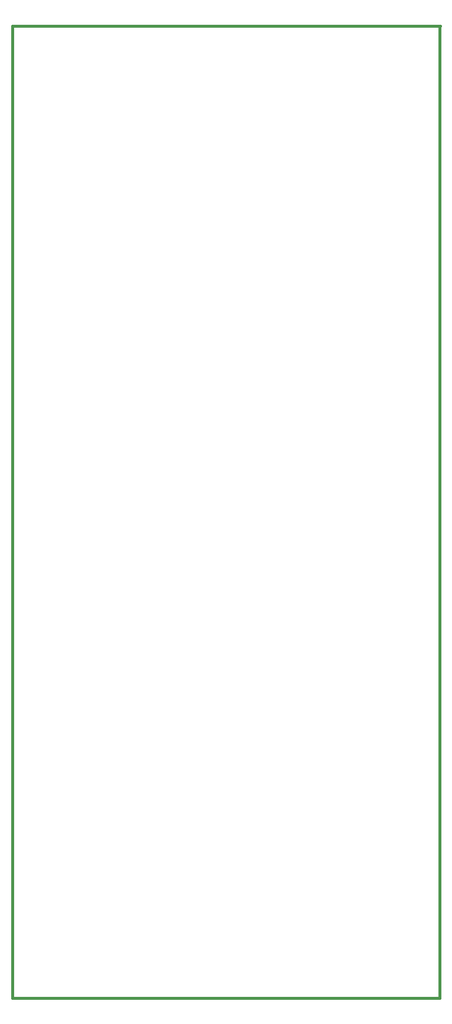
<source format=gbr>
G04 (created by PCBNEW-RS274X (2011-05-25)-stable) date Sun 01 Dec 2013 10:46:18 PM CET*
G01*
G70*
G90*
%MOIN*%
G04 Gerber Fmt 3.4, Leading zero omitted, Abs format*
%FSLAX34Y34*%
G04 APERTURE LIST*
%ADD10C,0.006000*%
%ADD11C,0.015000*%
G04 APERTURE END LIST*
G54D10*
G54D11*
X14547Y-61272D02*
X38705Y-61272D01*
X14524Y-06319D02*
X38724Y-06319D01*
X14524Y-61268D02*
X14524Y-06319D01*
X38724Y-06319D02*
X14724Y-06319D01*
X38701Y-61252D02*
X14701Y-61252D01*
X38701Y-06339D02*
X38701Y-61252D01*
M02*

</source>
